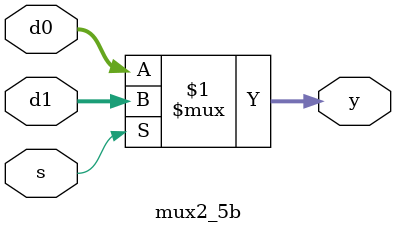
<source format=v>
module mux2_5b (d0, d1, s, y);
input [4:0] d0, d1;
input s;
output [4:0] y;

 assign y = s ? d1 : d0;

endmodule

</source>
